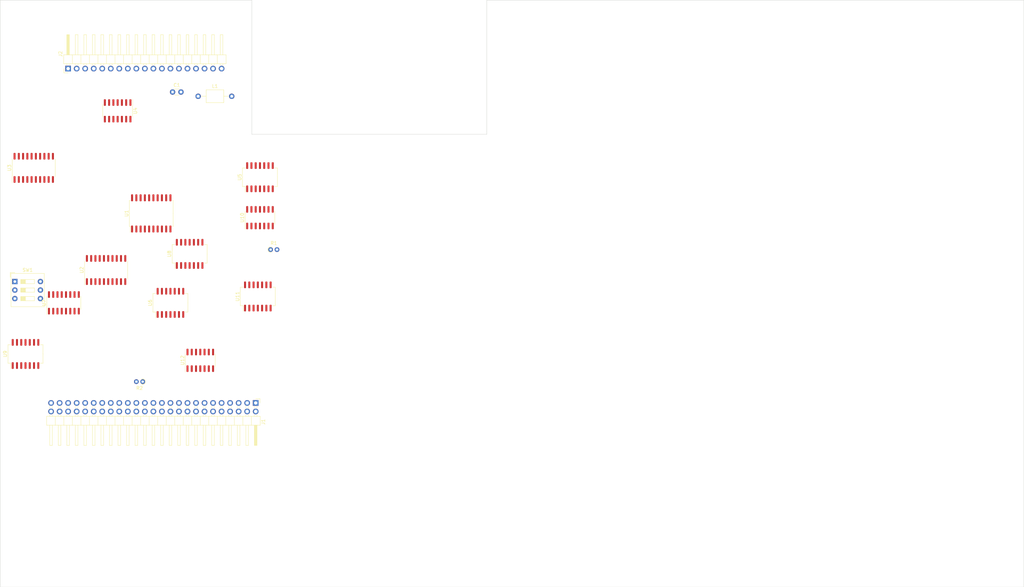
<source format=kicad_pcb>
(kicad_pcb (version 20210108) (generator pcbnew)
  (layers (0 "F.Cu" signal) (31 "B.Cu" signal) (34 "B.Paste" user) (35 "F.Paste" user) (36 "B.SilkS" user "B.Silkscreen") (37 "F.SilkS" user "F.Silkscreen") (38 "B.Mask" user) (39 "F.Mask" user) (44 "Edge.Cuts" user))
  (net 0 "")
  (net 1 "GND")
  (net 2 "/RESET")
  (net 3 "Net-(J1-Pad50)")
  (net 4 "Net-(J1-Pad46)")
  (net 5 "Net-(J1-Pad40)")
  (net 6 "no_connect_(J1-Pad34)")
  (net 7 "Net-(J1-Pad32)")
  (net 8 "no_connect_(J1-Pad30)")
  (net 9 "no_connect_(J1-Pad28)")
  (net 10 "VCC")
  (net 11 "no_connect_(J1-Pad25)")
  (net 12 "no_connect_(J1-Pad24)")
  (net 13 "no_connect_(J1-Pad22)")
  (net 14 "no_connect_(J1-Pad20)")
  (net 15 "Net-(J1-Pad18)")
  (net 16 "Net-(J1-Pad16)")
  (net 17 "Net-(J1-Pad14)")
  (net 18 "Net-(J1-Pad12)")
  (net 19 "Net-(J1-Pad10)")
  (net 20 "Net-(J1-Pad8)")
  (net 21 "Net-(J1-Pad6)")
  (net 22 "Net-(J1-Pad4)")
  (net 23 "/DR")
  (net 24 "/R{slash}W")
  (net 25 "no_connect_(J2-Pad17)")
  (net 26 "/A1")
  (net 27 "no_connect_(J2-Pad15)")
  (net 28 "/ACK")
  (net 29 "no_connect_(J2-Pad13)")
  (net 30 "no_connect_(J2-Pad11)")
  (net 31 "/IR")
  (net 32 "/SEL")
  (net 33 "/D7")
  (net 34 "/D6")
  (net 35 "/D5")
  (net 36 "/D4")
  (net 37 "/D3")
  (net 38 "/D2")
  (net 39 "/D1")
  (net 40 "/D0")
  (net 41 "Net-(U1-Pad19)")
  (net 42 "Net-(U1-Pad18)")
  (net 43 "Net-(U1-Pad17)")
  (net 44 "Net-(U1-Pad16)")
  (net 45 "Net-(U1-Pad15)")
  (net 46 "Net-(U1-Pad14)")
  (net 47 "Net-(U1-Pad13)")
  (net 48 "Net-(U1-Pad12)")
  (net 49 "Net-(U1-Pad11)")
  (net 50 "Net-(U2-Pad19)")
  (net 51 "Net-(U3-Pad9)")
  (net 52 "Net-(U3-Pad8)")
  (net 53 "Net-(U3-Pad7)")
  (net 54 "Net-(U4-Pad12)")
  (net 55 "Net-(U11-Pad9)")
  (net 56 "Net-(U10-Pad13)")
  (net 57 "no_connect_(U5-Pad6)")
  (net 58 "Net-(U5-Pad1)")
  (net 59 "Net-(U5-Pad3)")
  (net 60 "no_connect_(U5-Pad8)")
  (net 61 "Net-(U11-Pad6)")
  (net 62 "no_connect_(U7-Pad7)")
  (net 63 "Net-(U11-Pad12)")
  (net 64 "no_connect_(U7-Pad5)")
  (net 65 "no_connect_(U7-Pad4)")
  (net 66 "no_connect_(U9-Pad6)")
  (net 67 "no_connect_(U9-Pad3)")
  (net 68 "no_connect_(U10-Pad10)")
  (net 69 "no_connect_(U11-Pad5)")
  (net 70 "no_connect_(U12-Pad5)")
  (net 71 "no_connect_(U12-Pad3)")
  (net 72 "Net-(J1-Pad2)")
  (net 73 "Net-(J1-Pad38)")
  (net 74 "Net-(J1-Pad42)")
  (net 75 "Net-(J1-Pad44)")
  (net 76 "Net-(J1-Pad48)")
  (net 77 "Net-(L1-Pad2)")
  (net 78 "Net-(R1-Pad2)")
  (net 79 "Net-(SW1-Pad1)")
  (net 80 "Net-(SW1-Pad2)")
  (net 81 "Net-(SW1-Pad3)")
  (net 82 "Net-(U4-Pad1)")
  (net 83 "no_connect_(U4-Pad6)")
  (net 84 "Net-(U5-Pad11)")
  (net 85 "Net-(U10-Pad12)")
  (net 86 "Net-(U10-Pad2)")
  (net 87 "Net-(U10-Pad1)")
  (footprint "Resistor_THT:R_Axial_DIN0204_L3.6mm_D1.6mm_P1.90mm_Vertical" (layer "F.Cu") (at 155.575 119.38)
    (fp_text reference "R1" (at 0.95 -1.92) (layer "F.SilkS"))
    (fp_text value "2.2k")
    (pad "1" thru_hole circle (at 0 0) (size 1.4 1.4) (drill 0.7) (layers *.Cu *.Mask) (net 10 "VCC"))
    (pad "2" thru_hole oval (at 1.9 0) (size 1.4 1.4) (drill 0.7) (layers *.Cu *.Mask) (net 78 "Net-(R1-Pad2)"))
  )
  (footprint "Package_SO:SO-14_5.3x10.2mm_P1.27mm" (layer "F.Cu") (at 82.55 150.495 90)
    (fp_text reference "U9" (at 0 -6.05 90) (layer "F.SilkS"))
    (fp_text value "74ALS08")
    (pad "1" smd roundrect (at -3.4625 -3.81 90) (size 1.975 0.6) (layers "F.Cu" "F.Paste" "F.Mask") (net 1 "GND"))
    (pad "2" smd roundrect (at -3.4625 -2.54 90) (size 1.975 0.6) (layers "F.Cu" "F.Paste" "F.Mask") (net 1 "GND"))
    (pad "3" smd roundrect (at -3.4625 -1.27 90) (size 1.975 0.6) (layers "F.Cu" "F.Paste" "F.Mask") (net 67 "no_connect_(U9-Pad3)"))
    (pad "4" smd roundrect (at -3.4625 0 90) (size 1.975 0.6) (layers "F.Cu" "F.Paste" "F.Mask") (net 1 "GND"))
    (pad "5" smd roundrect (at -3.4625 1.27 90) (size 1.975 0.6) (layers "F.Cu" "F.Paste" "F.Mask") (net 1 "GND"))
    (pad "6" smd roundrect (at -3.4625 2.54 90) (size 1.975 0.6) (layers "F.Cu" "F.Paste" "F.Mask") (net 66 "no_connect_(U9-Pad6)"))
    (pad "7" smd roundrect (at -3.4625 3.81 90) (size 1.975 0.6) (layers "F.Cu" "F.Paste" "F.Mask") (net 1 "GND"))
    (pad "8" smd roundrect (at 3.4625 3.81 90) (size 1.975 0.6) (layers "F.Cu" "F.Paste" "F.Mask") (net 76 "Net-(J1-Pad48)"))
    (pad "9" smd roundrect (at 3.4625 2.54 90) (size 1.975 0.6) (layers "F.Cu" "F.Paste" "F.Mask") (net 3 "Net-(J1-Pad50)"))
    (pad "10" smd roundrect (at 3.4625 1.27 90) (size 1.975 0.6) (layers "F.Cu" "F.Paste" "F.Mask") (net 3 "Net-(J1-Pad50)"))
    (pad "11" smd roundrect (at 3.4625 0 90) (size 1.975 0.6) (layers "F.Cu" "F.Paste" "F.Mask") (net 49 "Net-(U1-Pad11)"))
    (pad "12" smd roundrect (at 3.4625 -1.27 90) (size 1.975 0.6) (layers "F.Cu" "F.Paste" "F.Mask") (net 32 "/SEL"))
    (pad "13" smd roundrect (at 3.4625 -2.54 90) (size 1.975 0.6) (layers "F.Cu" "F.Paste" "F.Mask") (net 28 "/ACK"))
    (pad "14" smd roundrect (at 3.4625 -3.81 90) (size 1.975 0.6) (layers "F.Cu" "F.Paste" "F.Mask") (net 10 "VCC"))
  )
  (footprint "Package_SO:SOIC-16_3.9x9.9mm_P1.27mm" (layer "F.Cu") (at 93.98 135.255 90)
    (fp_text reference "U7" (at 0 -5.9 90) (layer "F.SilkS"))
    (fp_text value "74LS85")
    (pad "1" smd roundrect (at -2.475 -4.445 90) (size 1.95 0.6) (layers "F.Cu" "F.Paste" "F.Mask") (net 46 "Net-(U1-Pad14)"))
    (pad "2" smd roundrect (at -2.475 -3.175 90) (size 1.95 0.6) (layers "F.Cu" "F.Paste" "F.Mask") (net 1 "GND"))
    (pad "3" smd roundrect (at -2.475 -1.905 90) (size 1.95 0.6) (layers "F.Cu" "F.Paste" "F.Mask") (net 50 "Net-(U2-Pad19)"))
    (pad "4" smd roundrect (at -2.475 -0.635 90) (size 1.95 0.6) (layers "F.Cu" "F.Paste" "F.Mask") (net 65 "no_connect_(U7-Pad4)"))
    (pad "5" smd roundrect (at -2.475 0.635 90) (size 1.95 0.6) (layers "F.Cu" "F.Paste" "F.Mask") (net 64 "no_connect_(U7-Pad5)"))
    (pad "6" smd roundrect (at -2.475 1.905 90) (size 1.95 0.6) (layers "F.Cu" "F.Paste" "F.Mask") (net 63 "Net-(U11-Pad12)"))
    (pad "7" smd roundrect (at -2.475 3.175 90) (size 1.95 0.6) (layers "F.Cu" "F.Paste" "F.Mask") (net 62 "no_connect_(U7-Pad7)"))
    (pad "8" smd roundrect (at -2.475 4.445 90) (size 1.95 0.6) (layers "F.Cu" "F.Paste" "F.Mask") (net 1 "GND"))
    (pad "9" smd roundrect (at 2.475 4.445 90) (size 1.95 0.6) (layers "F.Cu" "F.Paste" "F.Mask") (net 1 "GND"))
    (pad "10" smd roundrect (at 2.475 3.175 90) (size 1.95 0.6) (layers "F.Cu" "F.Paste" "F.Mask") (net 26 "/A1"))
    (pad "11" smd roundrect (at 2.475 1.905 90) (size 1.95 0.6) (layers "F.Cu" "F.Paste" "F.Mask") (net 48 "Net-(U1-Pad12)"))
    (pad "12" smd roundrect (at 2.475 0.635 90) (size 1.95 0.6) (layers "F.Cu" "F.Paste" "F.Mask") (net 81 "Net-(SW1-Pad3)"))
    (pad "13" smd roundrect (at 2.475 -0.635 90) (size 1.95 0.6) (layers "F.Cu" "F.Paste" "F.Mask") (net 80 "Net-(SW1-Pad2)"))
    (pad "14" smd roundrect (at 2.475 -1.905 90) (size 1.95 0.6) (layers "F.Cu" "F.Paste" "F.Mask") (net 47 "Net-(U1-Pad13)"))
    (pad "15" smd roundrect (at 2.475 -3.175 90) (size 1.95 0.6) (layers "F.Cu" "F.Paste" "F.Mask") (net 79 "Net-(SW1-Pad1)"))
    (pad "16" smd roundrect (at 2.475 -4.445 90) (size 1.95 0.6) (layers "F.Cu" "F.Paste" "F.Mask") (net 10 "VCC"))
  )
  (footprint "Package_SO:SO-20_5.3x12.6mm_P1.27mm" (layer "F.Cu") (at 106.555 125.4625 90)
    (fp_text reference "U2" (at 0 -7.25 90) (layer "F.SilkS"))
    (fp_text value "74ALS540")
    (pad "1" smd roundrect (at -3.4625 -5.715 90) (size 1.975 0.6) (layers "F.Cu" "F.Paste" "F.Mask") (net 72 "Net-(J1-Pad2)"))
    (pad "2" smd roundrect (at -3.4625 -4.445 90) (size 1.975 0.6) (layers "F.Cu" "F.Paste" "F.Mask") (net 72 "Net-(J1-Pad2)"))
    (pad "3" smd roundrect (at -3.4625 -3.175 90) (size 1.975 0.6) (layers "F.Cu" "F.Paste" "F.Mask") (net 22 "Net-(J1-Pad4)"))
    (pad "4" smd roundrect (at -3.4625 -1.905 90) (size 1.975 0.6) (layers "F.Cu" "F.Paste" "F.Mask") (net 21 "Net-(J1-Pad6)"))
    (pad "5" smd roundrect (at -3.4625 -0.635 90) (size 1.975 0.6) (layers "F.Cu" "F.Paste" "F.Mask") (net 20 "Net-(J1-Pad8)"))
    (pad "6" smd roundrect (at -3.4625 0.635 90) (size 1.975 0.6) (layers "F.Cu" "F.Paste" "F.Mask") (net 19 "Net-(J1-Pad10)"))
    (pad "7" smd roundrect (at -3.4625 1.905 90) (size 1.975 0.6) (layers "F.Cu" "F.Paste" "F.Mask") (net 18 "Net-(J1-Pad12)"))
    (pad "8" smd roundrect (at -3.4625 3.175 90) (size 1.975 0.6) (layers "F.Cu" "F.Paste" "F.Mask") (net 17 "Net-(J1-Pad14)"))
    (pad "9" smd roundrect (at -3.4625 4.445 90) (size 1.975 0.6) (layers "F.Cu" "F.Paste" "F.Mask") (net 16 "Net-(J1-Pad16)"))
    (pad "10" smd roundrect (at -3.4625 5.715 90) (size 1.975 0.6) (layers "F.Cu" "F.Paste" "F.Mask") (net 1 "GND"))
    (pad "11" smd roundrect (at 3.4625 5.715 90) (size 1.975 0.6) (layers "F.Cu" "F.Paste" "F.Mask") (net 33 "/D7"))
    (pad "12" smd roundrect (at 3.4625 4.445 90) (size 1.975 0.6) (layers "F.Cu" "F.Paste" "F.Mask") (net 34 "/D6"))
    (pad "13" smd roundrect (at 3.4625 3.175 90) (size 1.975 0.6) (layers "F.Cu" "F.Paste" "F.Mask") (net 35 "/D5"))
    (pad "14" smd roundrect (at 3.4625 1.905 90) (size 1.975 0.6) (layers "F.Cu" "F.Paste" "F.Mask") (net 36 "/D4"))
    (pad "15" smd roundrect (at 3.4625 0.635 90) (size 1.975 0.6) (layers "F.Cu" "F.Paste" "F.Mask") (net 37 "/D3"))
    (pad "16" smd roundrect (at 3.4625 -0.635 90) (size 1.975 0.6) (layers "F.Cu" "F.Paste" "F.Mask") (net 38 "/D2"))
    (pad "17" smd roundrect (at 3.4625 -1.905 90) (size 1.975 0.6) (layers "F.Cu" "F.Paste" "F.Mask") (net 39 "/D1"))
    (pad "18" smd roundrect (at 3.4625 -3.175 90) (size 1.975 0.6) (layers "F.Cu" "F.Paste" "F.Mask") (net 40 "/D0"))
    (pad "19" smd roundrect (at 3.4625 -4.445 90) (size 1.975 0.6) (layers "F.Cu" "F.Paste" "F.Mask") (net 50 "Net-(U2-Pad19)"))
    (pad "20" smd roundrect (at 3.4625 -5.715 90) (size 1.975 0.6) (layers "F.Cu" "F.Paste" "F.Mask") (net 10 "VCC"))
  )
  (footprint "Capacitor_THT:C_Disc_D3.0mm_W1.6mm_P2.50mm" (layer "F.Cu") (at 126.365 72.39)
    (fp_text reference "C1" (at 1.25 -2.05) (layer "F.SilkS"))
    (fp_text value "27pF")
    (pad "1" thru_hole circle (at 0 0) (size 1.6 1.6) (drill 0.8) (layers *.Cu *.Mask) (net 2 "/RESET"))
    (pad "2" thru_hole circle (at 2.5 0) (size 1.6 1.6) (drill 0.8) (layers *.Cu *.Mask) (net 1 "GND"))
  )
  (footprint "Resistor_THT:R_Axial_DIN0204_L3.6mm_D1.6mm_P1.90mm_Vertical" (layer "F.Cu") (at 117.475 158.75 180)
    (fp_text reference "R2" (at 0.95 -1.92) (layer "F.SilkS"))
    (fp_text value "1k")
    (pad "1" thru_hole circle (at 0 0 180) (size 1.4 1.4) (drill 0.7) (layers *.Cu *.Mask) (net 10 "VCC"))
    (pad "2" thru_hole oval (at 1.9 0 180) (size 1.4 1.4) (drill 0.7) (layers *.Cu *.Mask) (net 7 "Net-(J1-Pad32)"))
  )
  (footprint "Package_SO:SOIC-14_3.9x8.7mm_P1.27mm" (layer "F.Cu") (at 110 78 -90)
    (fp_text reference "U4" (at 0 -5.28 90) (layer "F.SilkS"))
    (fp_text value "74ALS00")
    (pad "1" smd roundrect (at -2.475 -3.81 270) (size 1.95 0.6) (layers "F.Cu" "F.Paste" "F.Mask") (net 82 "Net-(U4-Pad1)"))
    (pad "2" smd roundrect (at -2.475 -2.54 270) (size 1.95 0.6) (layers "F.Cu" "F.Paste" "F.Mask") (net 4 "Net-(J1-Pad46)"))
    (pad "3" smd roundrect (at -2.475 -1.27 270) (size 1.95 0.6) (layers "F.Cu" "F.Paste" "F.Mask") (net 23 "/DR"))
    (pad "4" smd roundrect (at -2.475 0 270) (size 1.95 0.6) (layers "F.Cu" "F.Paste" "F.Mask") (net 78 "Net-(R1-Pad2)"))
    (pad "5" smd roundrect (at -2.475 1.27 270) (size 1.95 0.6) (layers "F.Cu" "F.Paste" "F.Mask") (net 78 "Net-(R1-Pad2)"))
    (pad "6" smd roundrect (at -2.475 2.54 270) (size 1.95 0.6) (layers "F.Cu" "F.Paste" "F.Mask") (net 83 "no_connect_(U4-Pad6)"))
    (pad "7" smd roundrect (at -2.475 3.81 270) (size 1.95 0.6) (layers "F.Cu" "F.Paste" "F.Mask") (net 1 "GND"))
    (pad "8" smd roundrect (at 2.475 3.81 270) (size 1.95 0.6) (layers "F.Cu" "F.Paste" "F.Mask") (net 72 "Net-(J1-Pad2)"))
    (pad "9" smd roundrect (at 2.475 2.54 270) (size 1.95 0.6) (layers "F.Cu" "F.Paste" "F.Mask") (net 55 "Net-(U11-Pad9)"))
    (pad "10" smd roundrect (at 2.475 1.27 270) (size 1.95 0.6) (layers "F.Cu" "F.Paste" "F.Mask") (net 55 "Net-(U11-Pad9)"))
    (pad "11" smd roundrect (at 2.475 0 270) (size 1.95 0.6) (layers "F.Cu" "F.Paste" "F.Mask") (net 31 "/IR"))
    (pad "12" smd roundrect (at 2.475 -1.27 270) (size 1.95 0.6) (layers "F.Cu" "F.Paste" "F.Mask") (net 54 "Net-(U4-Pad12)"))
    (pad "13" smd roundrect (at 2.475 -2.54 270) (size 1.95 0.6) (layers "F.Cu" "F.Paste" "F.Mask") (net 82 "Net-(U4-Pad1)"))
    (pad "14" smd roundrect (at 2.475 -3.81 270) (size 1.95 0.6) (layers "F.Cu" "F.Paste" "F.Mask") (net 10 "VCC"))
  )
  (footprint "Connector_PinHeader_2.54mm:PinHeader_1x19_P2.54mm_Horizontal" (layer "F.Cu") (at 95.25 65.405 90)
    (fp_text reference "J2" (at 4.385 -2.27 270) (layer "F.SilkS"))
    (fp_text value "ACSI")
    (pad "1" thru_hole rect (at 0 0 90) (size 1.7 1.7) (drill 1) (layers *.Cu *.Mask) (net 40 "/D0"))
    (pad "2" thru_hole oval (at 0 2.54 90) (size 1.7 1.7) (drill 1) (layers *.Cu *.Mask) (net 39 "/D1"))
    (pad "3" thru_hole oval (at 0 5.08 90) (size 1.7 1.7) (drill 1) (layers *.Cu *.Mask) (net 38 "/D2"))
    (pad "4" thru_hole oval (at 0 7.62 90) (size 1.7 1.7) (drill 1) (layers *.Cu *.Mask) (net 37 "/D3"))
    (pad "5" thru_hole oval (at 0 10.16 90) (size 1.7 1.7) (drill 1) (layers *.Cu *.Mask) (net 36 "/D4"))
    (pad "6" thru_hole oval (at 0 12.7 90) (size 1.7 1.7) (drill 1) (layers *.Cu *.Mask) (net 35 "/D5"))
    (pad "7" thru_hole oval (at 0 15.24 90) (size 1.7 1.7) (drill 1) (layers *.Cu *.Mask) (net 34 "/D6"))
    (pad "8" thru_hole oval (at 0 17.78 90) (size 1.7 1.7) (drill 1) (layers *.Cu *.Mask) (net 33 "/D7"))
    (pad "9" thru_hole oval (at 0 20.32 90) (size 1.7 1.7) (drill 1) (layers *.Cu *.Mask) (net 32 "/SEL"))
    (pad "10" thru_hole oval (at 0 22.86 90) (size 1.7 1.7) (drill 1) (layers *.Cu *.Mask) (net 31 "/IR"))
    (pad "11" thru_hole oval (at 0 25.4 90) (size 1.7 1.7) (drill 1) (layers *.Cu *.Mask) (net 30 "no_connect_(J2-Pad11)"))
    (pad "12" thru_hole oval (at 0 27.94 90) (size 1.7 1.7) (drill 1) (layers *.Cu *.Mask) (net 2 "/RESET"))
    (pad "13" thru_hole oval (at 0 30.48 90) (size 1.7 1.7) (drill 1) (layers *.Cu *.Mask) (net 29 "no_connect_(J2-Pad13)"))
    (pad "14" thru_hole oval (at 0 33.02 90) (size 1.7 1.7) (drill 1) (layers *.Cu *.Mask) (net 28 "/ACK"))
    (pad "15" thru_hole oval (at 0 35.56 90) (size 1.7 1.7) (drill 1) (layers *.Cu *.Mask) (net 27 "no_connect_(J2-Pad15)"))
    (pad "16" thru_hole oval (at 0 38.1 90) (size 1.7 1.7) (drill 1) (layers *.Cu *.Mask) (net 26 "/A1"))
    (pad "17" thru_hole oval (at 0 40.64 90) (size 1.7 1.7) (drill 1) (layers *.Cu *.Mask) (net 25 "no_connect_(J2-Pad17)"))
    (pad "18" thru_hole oval (at 0 43.18 90) (size 1.7 1.7) (drill 1) (layers *.Cu *.Mask) (net 24 "/R{slash}W"))
    (pad "19" thru_hole oval (at 0 45.72 90) (size 1.7 1.7) (drill 1) (layers *.Cu *.Mask) (net 23 "/DR"))
  )
  (footprint "Button_Switch_THT:SW_DIP_SPSTx03_Slide_9.78x9.8mm_W7.62mm_P2.54mm" (layer "F.Cu") (at 79.375 128.905)
    (fp_text reference "SW1" (at 3.81 -3.42) (layer "F.SilkS"))
    (fp_text value "SW_DIP_x03")
    (pad "1" thru_hole rect (at 0 0) (size 1.6 1.6) (drill 0.8) (layers *.Cu *.Mask) (net 79 "Net-(SW1-Pad1)"))
    (pad "2" thru_hole oval (at 0 2.54) (size 1.6 1.6) (drill 0.8) (layers *.Cu *.Mask) (net 80 "Net-(SW1-Pad2)"))
    (pad "3" thru_hole oval (at 0 5.08) (size 1.6 1.6) (drill 0.8) (layers *.Cu *.Mask) (net 81 "Net-(SW1-Pad3)"))
    (pad "4" thru_hole oval (at 7.62 5.08) (size 1.6 1.6) (drill 0.8) (layers *.Cu *.Mask) (net 1 "GND"))
    (pad "5" thru_hole oval (at 7.62 2.54) (size 1.6 1.6) (drill 0.8) (layers *.Cu *.Mask) (net 1 "GND"))
    (pad "6" thru_hole oval (at 7.62 0) (size 1.6 1.6) (drill 0.8) (layers *.Cu *.Mask) (net 1 "GND"))
  )
  (footprint "Package_SO:SO-14_5.3x10.2mm_P1.27mm" (layer "F.Cu") (at 125.73 135.255 90)
    (fp_text reference "U6" (at 0 -6.05 90) (layer "F.SilkS"))
    (fp_text value "74ALS08")
    (pad "1" smd roundrect (at -3.4625 -3.81 90) (size 1.975 0.6) (layers "F.Cu" "F.Paste" "F.Mask") (net 46 "Net-(U1-Pad14)"))
    (pad "2" smd roundrect (at -3.4625 -2.54 90) (size 1.975 0.6) (layers "F.Cu" "F.Paste" "F.Mask") (net 61 "Net-(U11-Pad6)"))
    (pad "3" smd roundrect (at -3.4625 -1.27 90) (size 1.975 0.6) (layers "F.Cu" "F.Paste" "F.Mask") (net 53 "Net-(U3-Pad7)"))
    (pad "4" smd roundrect (at -3.4625 0 90) (size 1.975 0.6) (layers "F.Cu" "F.Paste" "F.Mask") (net 48 "Net-(U1-Pad12)"))
    (pad "5" smd roundrect (at -3.4625 1.27 90) (size 1.975 0.6) (layers "F.Cu" "F.Paste" "F.Mask") (net 61 "Net-(U11-Pad6)"))
    (pad "6" smd roundrect (at -3.4625 2.54 90) (size 1.975 0.6) (layers "F.Cu" "F.Paste" "F.Mask") (net 51 "Net-(U3-Pad9)"))
    (pad "7" smd roundrect (at -3.4625 3.81 90) (size 1.975 0.6) (layers "F.Cu" "F.Paste" "F.Mask") (net 1 "GND"))
    (pad "8" smd roundrect (at 3.4625 3.81 90) (size 1.975 0.6) (layers "F.Cu" "F.Paste" "F.Mask") (net 58 "Net-(U5-Pad1)"))
    (pad "9" smd roundrect (at 3.4625 2.54 90) (size 1.975 0.6) (layers "F.Cu" "F.Paste" "F.Mask") (net 74 "Net-(J1-Pad42)"))
    (pad "10" smd roundrect (at 3.4625 1.27 90) (size 1.975 0.6) (layers "F.Cu" "F.Paste" "F.Mask") (net 61 "Net-(U11-Pad6)"))
    (pad "11" smd roundrect (at 3.4625 0 90) (size 1.975 0.6) (layers "F.Cu" "F.Paste" "F.Mask") (net 52 "Net-(U3-Pad8)"))
    (pad "12" smd roundrect (at 3.4625 -1.27 90) (size 1.975 0.6) (layers "F.Cu" "F.Paste" "F.Mask") (net 47 "Net-(U1-Pad13)"))
    (pad "13" smd roundrect (at 3.4625 -2.54 90) (size 1.975 0.6) (layers "F.Cu" "F.Paste" "F.Mask") (net 61 "Net-(U11-Pad6)"))
    (pad "14" smd roundrect (at 3.4625 -3.81 90) (size 1.975 0.6) (layers "F.Cu" "F.Paste" "F.Mask") (net 10 "VCC"))
  )
  (footprint "Package_SO:SOIC-20W_7.5x12.8mm_P1.27mm" (layer "F.Cu") (at 120.015 108.585 90)
    (fp_text reference "U1" (at 0 -7.35 90) (layer "F.SilkS"))
    (fp_text value "74ALS573")
    (pad "1" smd roundrect (at -4.65 -5.715 90) (size 2.05 0.6) (layers "F.Cu" "F.Paste" "F.Mask") (net 1 "GND"))
    (pad "2" smd roundrect (at -4.65 -4.445 90) (size 2.05 0.6) (layers "F.Cu" "F.Paste" "F.Mask") (net 40 "/D0"))
    (pad "3" smd roundrect (at -4.65 -3.175 90) (size 2.05 0.6) (layers "F.Cu" "F.Paste" "F.Mask") (net 39 "/D1"))
    (pad "4" smd roundrect (at -4.65 -1.905 90) (size 2.05 0.6) (layers "F.Cu" "F.Paste" "F.Mask") (net 38 "/D2"))
    (pad "5" smd roundrect (at -4.65 -0.635 90) (size 2.05 0.6) (layers "F.Cu" "F.Paste" "F.Mask") (net 37 "/D3"))
    (pad "6" smd roundrect (at -4.65 0.635 90) (size 2.05 0.6) (layers "F.Cu" "F.Paste" "F.Mask") (net 36 "/D4"))
    (pad "7" smd roundrect (at -4.65 1.905 90) (size 2.05 0.6) (layers "F.Cu" "F.Paste" "F.Mask") (net 35 "/D5"))
    (pad "8" smd roundrect (at -4.65 3.175 90) (size 2.05 0.6) (layers "F.Cu" "F.Paste" "F.Mask") (net 34 "/D6"))
    (pad "9" smd roundrect (at -4.65 4.445 90) (size 2.05 0.6) (layers "F.Cu" "F.Paste" "F.Mask") (net 33 "/D7"))
    (pad "10" smd roundrect (at -4.65 5.715 90) (size 2.05 0.6) (layers "F.Cu" "F.Paste" "F.Mask") (net 1 "GND"))
    (pad "11" smd roundrect (at 4.65 5.715 90) (size 2.05 0.6) (layers "F.Cu" "F.Paste" "F.Mask") (net 49 "Net-(U1-Pad11)"))
    (pad "12" smd roundrect (at 4.65 4.445 90) (size 2.05 0.6) (layers "F.Cu" "F.Paste" "F.Mask") (net 48 "Net-(U1-Pad12)"))
    (pad "13" smd roundrect (at 4.65 3.175 90) (size 2.05 0.6) (layers "F.Cu" "F.Paste" "F.Mask") (net 47 "Net-(U1-Pad13)"))
    (pad "14" smd roundrect (at 4.65 1.905 90) (size 2.05 0.6) (layers "F.Cu" "F.Paste" "F.Mask") (net 46 "Net-(U1-Pad14)"))
    (pad "15" smd roundrect (at 4.65 0.635 90) (size 2.05 0.6) (layers "F.Cu" "F.Paste" "F.Mask") (net 45 "Net-(U1-Pad15)"))
    (pad "16" smd roundrect (at 4.65 -0.635 90) (size 2.05 0.6) (layers "F.Cu" "F.Paste" "F.Mask") (net 44 "Net-(U1-Pad16)"))
    (pad "17" smd roundrect (at 4.65 -1.905 90) (size 2.05 0.6) (layers "F.Cu" "F.Paste" "F.Mask") (net 43 "Net-(U1-Pad17)"))
    (pad "18" smd roundrect (at 4.65 -3.175 90) (size 2.05 0.6) (layers "F.Cu" "F.Paste" "F.Mask") (net 42 "Net-(U1-Pad18)"))
    (pad "19" smd roundrect (at 4.65 -4.445 90) (size 2.05 0.6) (layers "F.Cu" "F.Paste" "F.Mask") (net 41 "Net-(U1-Pad19)"))
    (pad "20" smd roundrect (at 4.65 -5.715 90) (size 2.05 0.6) (layers "F.Cu" "F.Paste" "F.Mask") (net 10 "VCC"))
  )
  (footprint "Package_SO:SO-14_5.3x10.2mm_P1.27mm" (layer "F.Cu") (at 152.4 97.79 90)
    (fp_text reference "U5" (at 0 -6.05 90) (layer "F.SilkS"))
    (fp_text value "74ALS74")
    (pad "1" smd roundrect (at -3.4625 -3.81 90) (size 1.975 0.6) (layers "F.Cu" "F.Paste" "F.Mask") (net 58 "Net-(U5-Pad1)"))
    (pad "2" smd roundrect (at -3.4625 -2.54 90) (size 1.975 0.6) (layers "F.Cu" "F.Paste" "F.Mask") (net 1 "GND"))
    (pad "3" smd roundrect (at -3.4625 -1.27 90) (size 1.975 0.6) (layers "F.Cu" "F.Paste" "F.Mask") (net 59 "Net-(U5-Pad3)"))
    (pad "4" smd roundrect (at -3.4625 0 90) (size 1.975 0.6) (layers "F.Cu" "F.Paste" "F.Mask") (net 84 "Net-(U5-Pad11)"))
    (pad "5" smd roundrect (at -3.4625 1.27 90) (size 1.975 0.6) (layers "F.Cu" "F.Paste" "F.Mask") (net 73 "Net-(J1-Pad38)"))
    (pad "6" smd roundrect (at -3.4625 2.54 90) (size 1.975 0.6) (layers "F.Cu" "F.Paste" "F.Mask") (net 57 "no_connect_(U5-Pad6)"))
    (pad "7" smd roundrect (at -3.4625 3.81 90) (size 1.975 0.6) (layers "F.Cu" "F.Paste" "F.Mask") (net 1 "GND"))
    (pad "8" smd roundrect (at 3.4625 3.81 90) (size 1.975 0.6) (layers "F.Cu" "F.Paste" "F.Mask") (net 60 "no_connect_(U5-Pad8)"))
    (pad "9" smd roundrect (at 3.4625 2.54 90) (size 1.975 0.6) (layers "F.Cu" "F.Paste" "F.Mask") (net 82 "Net-(U4-Pad1)"))
    (pad "10" smd roundrect (at 3.4625 1.27 90) (size 1.975 0.6) (layers "F.Cu" "F.Paste" "F.Mask") (net 78 "Net-(R1-Pad2)"))
    (pad "11" smd roundrect (at 3.4625 0 90) (size 1.975 0.6) (layers "F.Cu" "F.Paste" "F.Mask") (net 84 "Net-(U5-Pad11)"))
    (pad "12" smd roundrect (at 3.4625 -1.27 90) (size 1.975 0.6) (layers "F.Cu" "F.Paste" "F.Mask") (net 58 "Net-(U5-Pad1)"))
    (pad "13" smd roundrect (at 3.4625 -2.54 90) (size 1.975 0.6) (layers "F.Cu" "F.Paste" "F.Mask") (net 56 "Net-(U10-Pad13)"))
    (pad "14" smd roundrect (at 3.4625 -3.81 90) (size 1.975 0.6) (layers "F.Cu" "F.Paste" "F.Mask") (net 10 "VCC"))
  )
  (footprint "Package_SO:SOIC-14_3.9x8.7mm_P1.27mm" (layer "F.Cu") (at 134.62 152.4 90)
    (fp_text reference "U12" (at 0 -5.28 90) (layer "F.SilkS"))
    (fp_text value "74LS280")
    (pad "1" smd roundrect (at -2.475 -3.81 90) (size 1.95 0.6) (layers "F.Cu" "F.Paste" "F.Mask") (net 17 "Net-(J1-Pad14)"))
    (pad "2" smd roundrect (at -2.475 -2.54 90) (size 1.95 0.6) (layers "F.Cu" "F.Paste" "F.Mask") (net 16 "Net-(J1-Pad16)"))
    (pad "3" smd roundrect (at -2.475 -1.27 90) (size 1.95 0.6) (layers "F.Cu" "F.Paste" "F.Mask") (net 71 "no_connect_(U12-Pad3)"))
    (pad "4" smd roundrect (at -2.475 0 90) (size 1.95 0.6) (layers "F.Cu" "F.Paste" "F.Mask") (net 1 "GND"))
    (pad "5" smd roundrect (at -2.475 1.27 90) (size 1.95 0.6) (layers "F.Cu" "F.Paste" "F.Mask") (net 70 "no_connect_(U12-Pad5)"))
    (pad "6" smd roundrect (at -2.475 2.54 90) (size 1.95 0.6) (layers "F.Cu" "F.Paste" "F.Mask") (net 15 "Net-(J1-Pad18)"))
    (pad "7" smd roundrect (at -2.475 3.81 90) (size 1.95 0.6) (layers "F.Cu" "F.Paste" "F.Mask") (net 1 "GND"))
    (pad "8" smd roundrect (at 2.475 3.81 90) (size 1.95 0.6) (layers "F.Cu" "F.Paste" "F.Mask") (net 72 "Net-(J1-Pad2)"))
    (pad "9" smd roundrect (at 2.475 2.54 90) (size 1.95 0.6) (layers "F.Cu" "F.Paste" "F.Mask") (net 22 "Net-(J1-Pad4)"))
    (pad "10" smd roundrect (at 2.475 1.27 90) (size 1.95 0.6) (layers "F.Cu" "F.Paste" "F.Mask") (net 21 "Net-(J1-Pad6)"))
    (pad "11" smd roundrect (at 2.475 0 90) (size 1.95 0.6) (layers "F.Cu" "F.Paste" "F.Mask") (net 20 "Net-(J1-Pad8)"))
    (pad "12" smd roundrect (at 2.475 -1.27 90) (size 1.95 0.6) (layers "F.Cu" "F.Paste" "F.Mask") (net 19 "Net-(J1-Pad10)"))
    (pad "13" smd roundrect (at 2.475 -2.54 90) (size 1.95 0.6) (layers "F.Cu" "F.Paste" "F.Mask") (net 18 "Net-(J1-Pad12)"))
    (pad "14" smd roundrect (at 2.475 -3.81 90) (size 1.95 0.6) (layers "F.Cu" "F.Paste" "F.Mask") (net 10 "VCC"))
  )
  (footprint "Package_SO:SO-14_5.3x10.2mm_P1.27mm" (layer "F.Cu") (at 131.445 120.65 90)
    (fp_text reference "U8" (at 0 -6.05 90) (layer "F.SilkS"))
    (fp_text value "74ALS04")
    (pad "1" smd roundrect (at -3.4625 -3.81 90) (size 1.975 0.6) (layers "F.Cu" "F.Paste" "F.Mask") (net 49 "Net-(U1-Pad11)"))
    (pad "2" smd roundrect (at -3.4625 -2.54 90) (size 1.975 0.6) (layers "F.Cu" "F.Paste" "F.Mask") (net 59 "Net-(U5-Pad3)"))
    (pad "3" smd roundrect (at -3.4625 -1.27 90) (size 1.975 0.6) (layers "F.Cu" "F.Paste" "F.Mask") (net 24 "/R{slash}W"))
    (pad "4" smd roundrect (at -3.4625 0 90) (size 1.975 0.6) (layers "F.Cu" "F.Paste" "F.Mask") (net 50 "Net-(U2-Pad19)"))
    (pad "5" smd roundrect (at -3.4625 1.27 90) (size 1.975 0.6) (layers "F.Cu" "F.Paste" "F.Mask") (net 76 "Net-(J1-Pad48)"))
    (pad "6" smd roundrect (at -3.4625 2.54 90) (size 1.975 0.6) (layers "F.Cu" "F.Paste" "F.Mask") (net 84 "Net-(U5-Pad11)"))
    (pad "7" smd roundrect (at -3.4625 3.81 90) (size 1.975 0.6) (layers "F.Cu" "F.Paste" "F.Mask") (net 1 "GND"))
    (pad "8" smd roundrect (at 3.4625 3.81 90) (size 1.975 0.6) (layers "F.Cu" "F.Paste" "F.Mask") (net 5 "Net-(J1-Pad40)"))
    (pad "9" smd roundrect (at 3.4625 2.54 90) (size 1.975 0.6) (layers "F.Cu" "F.Paste" "F.Mask") (net 85 "Net-(U10-Pad12)"))
    (pad "10" smd roundrect (at 3.4625 1.27 90) (size 1.975 0.6) (layers "F.Cu" "F.Paste" "F.Mask") (net 85 "Net-(U10-Pad12)"))
    (pad "11" smd roundrect (at 3.4625 0 90) (size 1.975 0.6) (layers "F.Cu" "F.Paste" "F.Mask") (net 77 "Net-(L1-Pad2)"))
    (pad "12" smd roundrect (at 3.4625 -1.27 90) (size 1.975 0.6) (layers "F.Cu" "F.Paste" "F.Mask") (net 54 "Net-(U4-Pad12)"))
    (pad "13" smd roundrect (at 3.4625 -2.54 90) (size 1.975 0.6) (layers "F.Cu" "F.Paste" "F.Mask") (net 4 "Net-(J1-Pad46)"))
    (pad "14" smd roundrect (at 3.4625 -3.81 90) (size 1.975 0.6) (layers "F.Cu" "F.Paste" "F.Mask") (net 10 "VCC"))
  )
  (footprint "Package_SO:SOIC-14_3.9x8.7mm_P1.27mm" (layer "F.Cu") (at 152.4 109.855 90)
    (fp_text reference "U10" (at 0 -5.28 90) (layer "F.SilkS"))
    (fp_text value "74ALS02")
    (pad "1" smd roundrect (at -2.475 -3.81 90) (size 1.95 0.6) (layers "F.Cu" "F.Paste" "F.Mask") (net 87 "Net-(U10-Pad1)"))
    (pad "2" smd roundrect (at -2.475 -2.54 90) (size 1.95 0.6) (layers "F.Cu" "F.Paste" "F.Mask") (net 86 "Net-(U10-Pad2)"))
    (pad "3" smd roundrect (at -2.475 -1.27 90) (size 1.95 0.6) (layers "F.Cu" "F.Paste" "F.Mask") (net 85 "Net-(U10-Pad12)"))
    (pad "4" smd roundrect (at -2.475 0 90) (size 1.95 0.6) (layers "F.Cu" "F.Paste" "F.Mask") (net 86 "Net-(U10-Pad2)"))
    (pad "5" smd roundrect (at -2.475 1.27 90) (size 1.95 0.6) (layers "F.Cu" "F.Paste" "F.Mask") (net 72 "Net-(J1-Pad2)"))
    (pad "6" smd roundrect (at -2.475 2.54 90) (size 1.95 0.6) (layers "F.Cu" "F.Paste" "F.Mask") (net 72 "Net-(J1-Pad2)"))
    (pad "7" smd roundrect (at -2.475 3.81 90) (size 1.95 0.6) (layers "F.Cu" "F.Paste" "F.Mask") (net 1 "GND"))
    (pad "8" smd roundrect (at 2.475 3.81 90) (size 1.95 0.6) (layers "F.Cu" "F.Paste" "F.Mask") (net 1 "GND"))
    (pad "9" smd roundrect (at 2.475 2.54 90) (size 1.95 0.6) (layers "F.Cu" "F.Paste" "F.Mask") (net 1 "GND"))
    (pad "10" smd roundrect (at 2.475 1.27 90) (size 1.95 0.6) (layers "F.Cu" "F.Paste" "F.Mask") (net 68 "no_connect_(U10-Pad10)"))
    (pad "11" smd roundrect (at 2.475 0 90) (size 1.95 0.6) (layers "F.Cu" "F.Paste" "F.Mask") (net 49 "Net-(U1-Pad11)"))
    (pad "12" smd roundrect (at 2.475 -1.27 90) (size 1.95 0.6) (layers "F.Cu" "F.Paste" "F.Mask") (net 85 "Net-(U10-Pad12)"))
    (pad "13" smd roundrect (at 2.475 -2.54 90) (size 1.95 0.6) (layers "F.Cu" "F.Paste" "F.Mask") (net 56 "Net-(U10-Pad13)"))
    (pad "14" smd roundrect (at 2.475 -3.81 90) (size 1.95 0.6) (layers "F.Cu" "F.Paste" "F.Mask") (net 10 "VCC"))
  )
  (footprint "Connector_PinHeader_2.54mm:PinHeader_2x25_P2.54mm_Horizontal" (layer "F.Cu") (at 151.13 165.1 -90)
    (fp_text reference "J1" (at 5.655 -2.27 90) (layer "F.SilkS"))
    (fp_text value "SCSI")
    (pad "1" thru_hole rect (at 0 0 270) (size 1.7 1.7) (drill 1) (layers *.Cu *.Mask) (net 1 "GND"))
    (pad "2" thru_hole oval (at 2.54 0 270) (size 1.7 1.7) (drill 1) (layers *.Cu *.Mask) (net 72 "Net-(J1-Pad2)"))
    (pad "3" thru_hole oval (at 0 2.54 270) (size 1.7 1.7) (drill 1) (layers *.Cu *.Mask) (net 1 "GND"))
    (pad "4" thru_hole oval (at 2.54 2.54 270) (size 1.7 1.7) (drill 1) (layers *.Cu *.Mask) (net 22 "Net-(J1-Pad4)"))
    (pad "5" thru_hole oval (at 0 5.08 270) (size 1.7 1.7) (drill 1) (layers *.Cu *.Mask) (net 1 "GND"))
    (pad "6" thru_hole oval (at 2.54 5.08 270) (size 1.7 1.7) (drill 1) (layers *.Cu *.Mask) (net 21 "Net-(J1-Pad6)"))
    (pad "7" thru_hole oval (at 0 7.62 270) (size 1.7 1.7) (drill 1) (layers *.Cu *.Mask) (net 1 "GND"))
    (pad "8" thru_hole oval (at 2.54 7.62 270) (size 1.7 1.7) (drill 1) (layers *.Cu *.Mask) (net 20 "Net-(J1-Pad8)"))
    (pad "9" thru_hole oval (at 0 10.16 270) (size 1.7 1.7) (drill 1) (layers *.Cu *.Mask) (net 1 "GND"))
    (pad "10" thru_hole oval (at 2.54 10.16 270) (size 1.7 1.7) (drill 1) (layers *.Cu *.Mask) (net 19 "Net-(J1-Pad10)"))
    (pad "11" thru_hole oval (at 0 12.7 270) (size 1.7 1.7) (drill 1) (layers *.Cu *.Mask) (net 1 "GND"))
    (pad "12" thru_hole oval (at 2.54 12.7 270) (size 1.7 1.7) (drill 1) (layers *.Cu *.Mask) (net 18 "Net-(J1-Pad12)"))
    (pad "13" thru_hole oval (at 0 15.24 270) (size 1.7 1.7) (drill 1) (layers *.Cu *.Mask) (net 1 "GND"))
    (pad "14" thru_hole oval (at 2.54 15.24 270) (size 1.7 1.7) (drill 1) (layers *.Cu *.Mask) (net 17 "Net-(J1-Pad14)"))
    (pad "15" thru_hole oval (at 0 17.78 270) (size 1.7 1.7) (drill 1) (layers *.Cu *.Mask) (net 1 "GND"))
    (pad "16" thru_hole oval (at 2.54 17.78 270) (size 1.7 1.7) (drill 1) (layers *.Cu *.Mask) (net 16 "Net-(J1-Pad16)"))
    (pad "17" thru_hole oval (at 0 20.32 270) (size 1.7 1.7) (drill 1) (layers *.Cu *.Mask) (net 1 "GND"))
    (pad "18" thru_hole oval (at 2.54 20.32 270) (size 1.7 1.7) (drill 1) (layers *.Cu *.Mask) (net 15 "Net-(J1-Pad18)"))
    (pad "19" thru_hole oval (at 0 22.86 270) (size 1.7 1.7) (drill 1) (layers *.Cu *.Mask) (net 1 "GND"))
    (pad "20" thru_hole oval (at 2.54 22.86 270) (size 1.7 1.7) (drill 1) (layers *.Cu *.Mask) (net 14 "no_connect_(J1-Pad20)"))
    (pad "21" thru_hole oval (at 0 25.4 270) (size 1.7 1.7) (drill 1) (layers *.Cu *.Mask) (net 1 "GND"))
    (pad "22" thru_hole oval (at 2.54 25.4 270) (size 1.7 1.7) (drill 1) (layers *.Cu *.Mask) (net 13 "no_connect_(J1-Pad22)"))
    (pad "23" thru_hole oval (at 0 27.94 270) (size 1.7 1.7) (drill 1) (layers *.Cu *.Mask) (net 1 "GND"))
    (pad "24" thru_hole oval (at 2.54 27.94 270) (size 1.7 1.7) (drill 1) (layers *.Cu *.Mask) (net 12 "no_connect_(J1-Pad24)"))
    (pad "25" thru_hole oval (at 0 30.48 270) (size 1.7 1.7) (drill 1) (layers *.Cu *.Mask) (net 11 "no_connect_(J1-Pad25)"))
    (pad "26" thru_hole oval (at 2.54 30.48 270) (size 1.7 1.7) (drill 1) (layers *.Cu *.Mask) (net 10 "VCC"))
    (pad "27" thru_hole oval (at 0 33.02 270) (size 1.7 1.7) (drill 1) (layers *.Cu *.Mask) (net 1 "GND"))
    (pad "28" thru_hole oval (at 2.54 33.02 270) (size 1.7 1.7) (drill 1) (layers *.Cu *.Mask) (net 9 "no_connect_(J1-Pad28)"))
    (pad "29" thru_hole oval (at 0 35.56 270) (size 1.7 1.7) (drill 1) (layers *.Cu *.Mask) (net 1 "GND"))
    (pad "30" thru_hole oval (at 2.54 35.56 270) (size 1.7 1.7) (drill 1) (layers *.Cu *.Mask) (net 8 "no_connect_(J1-Pad30)"))
    (pad "31" thru_hole oval (at 0 38.1 270) (size 1.7 1.7) (drill 1) (layers *.Cu *.Mask) (net 1 "GND"))
    (pad "32" thru_hole oval (at 2.54 38.1 270) (size 1.7 1.7) (drill 1) (layers *.Cu *.Mask) (net 7 "Net-(J1-Pad32)"))
    (pad "33" thru_hole oval (at 0 40.64 270) (size 1.7 1.7) (drill 1) (layers *.Cu *.Mask) (net 1 "GND"))
    (pad "34" thru_hole oval (at 2.54 40.64 270) (size 1.7 1.7) (drill 1) (layers *.Cu *.Mask) (net 6 "no_connect_(J1-Pad34)"))
    (pad "35" thru_hole oval (at 0 43.18 270) (size 1.7 1.7) (drill 1) (layers *.Cu *.Mask) (net 1 "GND"))
    (pad "36" thru_hole oval (at 2.54 43.18 270) (size 1.7 1.7) (drill 1) (layers *.Cu *.Mask) (net 72 "Net-(J1-Pad2)"))
    (pad "37" thru_hole oval (at 0 45.72 270) (size 1.7 1.7) (drill 1) (layers *.Cu *.Mask) (net 1 "GND"))
    (pad "38" thru_hole oval (at 2.54 45.72 270) (size 1.7 1.7) (drill 1) (layers *.Cu *.Mask) (net 73 "Net-(J1-Pad38)"))
    (pad "39" thru_hole oval (at 0 48.26 270) (size 1.7 1.7) (drill 1) (layers *.Cu *.Mask) (net 1 "GND"))
    (pad "40" thru_hole oval (at 2.54 48.26 270) (size 1.7 1.7) (drill 1) (layers *.Cu *.Mask) (net 5 "Net-(J1-Pad40)"))
    (pad "41" thru_hole oval (at 0 50.8 270) (size 1.7 1.7) (drill 1) (layers *.Cu *.Mask) (net 1 "GND"))
    (pad "42" thru_hole oval (at 2.54 50.8 270) (size 1.7 1.7) (drill 1) (layers *.Cu *.Mask) (net 74 "Net-(J1-Pad42)"))
    (pad "43" thru_hole oval (at 0 53.34 270) (size 1.7 1.7) (drill 1) (layers *.Cu *.Mask) (net 1 "GND"))
    (pad "44" thru_hole oval (at 2.54 53.34 270) (size 1.7 1.7) (drill 1) (layers *.Cu *.Mask) (net 75 "Net-(J1-Pad44)"))
    (pad "45" thru_hole oval (at 0 55.88 270) (size 1.7 1.7) (drill 1) (layers *.Cu *.Mask) (net 1 "GND"))
    (pad "46" thru_hole oval (at 2.54 55.88 270) (size 1.7 1.7) (drill 1) (layers *.Cu *.Mask) (net 4 "Net-(J1-Pad46)"))
    (pad "47" thru_hole oval (at 0 58.42 270) (size 1.7 1.7) (drill 1) (layers *.Cu *.Mask) (net 1 "GND"))
    (pad "48" thru_hole oval (at 2.54 58.42 270) (size 1.7 1.7) (drill 1) (layers *.Cu *.Mask) (net 76 "Net-(J1-Pad48)"))
    (pad "49" thru_hole oval (at 0 60.96 270) (size 1.7 1.7) (drill 1) (layers *.Cu *.Mask) (net 1 "GND"))
    (pad "50" thru_hole oval (at 2.54 60.96 270) (size 1.7 1.7) (drill 1) (layers *.Cu *.Mask) (net 3 "Net-(J1-Pad50)"))
  )
  (footprint "Package_SO:SO-14_5.3x10.2mm_P1.27mm" (layer "F.Cu") (at 151.765 133.35 90)
    (fp_text reference "U11" (at 0 -6.05 90) (layer "F.SilkS"))
    (fp_text value "74ALS74")
    (pad "1" smd roundrect (at -3.4625 -3.81 90) (size 1.975 0.6) (layers "F.Cu" "F.Paste" "F.Mask") (net 5 "Net-(J1-Pad40)"))
    (pad "2" smd roundrect (at -3.4625 -2.54 90) (size 1.975 0.6) (layers "F.Cu" "F.Paste" "F.Mask") (net 1 "GND"))
    (pad "3" smd roundrect (at -3.4625 -1.27 90) (size 1.975 0.6) (layers "F.Cu" "F.Paste" "F.Mask") (net 76 "Net-(J1-Pad48)"))
    (pad "4" smd roundrect (at -3.4625 0 90) (size 1.975 0.6) (layers "F.Cu" "F.Paste" "F.Mask") (net 75 "Net-(J1-Pad44)"))
    (pad "5" smd roundrect (at -3.4625 1.27 90) (size 1.975 0.6) (layers "F.Cu" "F.Paste" "F.Mask") (net 69 "no_connect_(U11-Pad5)"))
    (pad "6" smd roundrect (at -3.4625 2.54 90) (size 1.975 0.6) (layers "F.Cu" "F.Paste" "F.Mask") (net 61 "Net-(U11-Pad6)"))
    (pad "7" smd roundrect (at -3.4625 3.81 90) (size 1.975 0.6) (layers "F.Cu" "F.Paste" "F.Mask") (net 1 "GND"))
    (pad "8" smd roundrect (at 3.4625 3.81 90) (size 1.975 0.6) (layers "F.Cu" "F.Paste" "F.Mask") (net 75 "Net-(J1-Pad44)"))
    (pad "9" smd roundrect (at 3.4625 2.54 90) (size 1.975 0.6) (layers "F.Cu" "F.Paste" "F.Mask") (net 55 "Net-(U11-Pad9)"))
    (pad "10" smd roundrect (at 3.4625 1.27 90) (size 1.975 0.6) (layers "F.Cu" "F.Paste" "F.Mask") (net 78 "Net-(R1-Pad2)"))
    (pad "11" smd roundrect (at 3.4625 0 90) (size 1.975 0.6) (layers "F.Cu" "F.Paste" "F.Mask") (net 32 "/SEL"))
    (pad "12" smd roundrect (at 3.4625 -1.27 90) (size 1.975 0.6) (layers "F.Cu" "F.Paste" "F.Mask") (net 63 "Net-(U11-Pad12)"))
    (pad "13" smd roundrect (at 3.4625 -2.54 90) (size 1.975 0.6) (layers "F.Cu" "F.Paste" "F.Mask") (net 87 "Net-(U10-Pad1)"))
    (pad "14" smd roundrect (at 3.4625 -3.81 90) (size 1.975 0.6) (layers "F.Cu" "F.Paste" "F.Mask") (net 10 "VCC"))
  )
  (footprint "Inductor_THT:L_Axial_L5.0mm_D3.6mm_P10.00mm_Horizontal_Murata_BL01RN1A2A2" (layer "F.Cu") (at 133.985 73.66)
    (fp_text reference "L1" (at 5 -3) (layer "F.SilkS"))
    (fp_text value "220uH")
    (pad "1" thru_hole circle (at 0 0) (size 1.6 1.6) (drill 0.85) (layers *.Cu *.Mask) (net 2 "/RESET"))
    (pad "2" thru_hole oval (at 10 0) (size 1.6 1.6) (drill 0.85) (layers *.Cu *.Mask) (net 77 "Net-(L1-Pad2)"))
  )
  (footprint "Package_SO:SO-20_5.3x12.6mm_P1.27mm" (layer "F.Cu") (at 85 95 90)
    (fp_text reference "U3" (at 0 -7.25 90) (layer "F.SilkS"))
    (fp_text value "74ALS540")
    (pad "1" smd roundrect (at -3.4625 -5.715 90) (size 1.975 0.6) (layers "F.Cu" "F.Paste" "F.Mask") (net 72 "Net-(J1-Pad2)"))
    (pad "2" smd roundrect (at -3.4625 -4.445 90) (size 1.975 0.6) (layers "F.Cu" "F.Paste" "F.Mask") (net 41 "Net-(U1-Pad19)"))
    (pad "3" smd roundrect (at -3.4625 -3.175 90) (size 1.975 0.6) (layers "F.Cu" "F.Paste" "F.Mask") (net 42 "Net-(U1-Pad18)"))
    (pad "4" smd roundrect (at -3.4625 -1.905 90) (size 1.975 0.6) (layers "F.Cu" "F.Paste" "F.Mask") (net 43 "Net-(U1-Pad17)"))
    (pad "5" smd roundrect (at -3.4625 -0.635 90) (size 1.975 0.6) (layers "F.Cu" "F.Paste" "F.Mask") (net 44 "Net-(U1-Pad16)"))
    (pad "6" smd roundrect (at -3.4625 0.635 90) (size 1.975 0.6) (layers "F.Cu" "F.Paste" "F.Mask") (net 45 "Net-(U1-Pad15)"))
    (pad "7" smd roundrect (at -3.4625 1.905 90) (size 1.975 0.6) (layers "F.Cu" "F.Paste" "F.Mask") (net 53 "Net-(U3-Pad7)"))
    (pad "8" smd roundrect (at -3.4625 3.175 90) (size 1.975 0.6) (layers "F.Cu" "F.Paste" "F.Mask") (net 52 "Net-(U3-Pad8)"))
    (pad "9" smd roundrect (at -3.4625 4.445 90) (size 1.975 0.6) (layers "F.Cu" "F.Paste" "F.Mask") (net 51 "Net-(U3-Pad9)"))
    (pad "10" smd roundrect (at -3.4625 5.715 90) (size 1.975 0.6) (layers "F.Cu" "F.Paste" "F.Mask") (net 1 "GND"))
    (pad "11" smd roundrect (at 3.4625 5.715 90) (size 1.975 0.6) (layers "F.Cu" "F.Paste" "F.Mask") (net 16 "Net-(J1-Pad16)"))
    (pad "12" smd roundrect (at 3.4625 4.445 90) (size 1.975 0.6) (layers "F.Cu" "F.Paste" "F.Mask") (net 17 "Net-(J1-Pad14)"))
    (pad "13" smd roundrect (at 3.4625 3.175 90) (size 1.975 0.6) (layers "F.Cu" "F.Paste" "F.Mask") (net 18 "Net-(J1-Pad12)"))
    (pad "14" smd roundrect (at 3.4625 1.905 90) (size 1.975 0.6) (layers "F.Cu" "F.Paste" "F.Mask") (net 19 "Net-(J1-Pad10)"))
    (pad "15" smd roundrect (at 3.4625 0.635 90) (size 1.975 0.6) (layers "F.Cu" "F.Paste" "F.Mask") (net 20 "Net-(J1-Pad8)"))
    (pad "16" smd roundrect (at 3.4625 -0.635 90) (size 1.975 0.6) (layers "F.Cu" "F.Paste" "F.Mask") (net 21 "Net-(J1-Pad6)"))
    (pad "17" smd roundrect (at 3.4625 -1.905 90) (size 1.975 0.6) (layers "F.Cu" "F.Paste" "F.Mask") (net 22 "Net-(J1-Pad4)"))
    (pad "18" smd roundrect (at 3.4625 -3.175 90) (size 1.975 0.6) (layers "F.Cu" "F.Paste" "F.Mask") (net 72 "Net-(J1-Pad2)"))
    (pad "19" smd roundrect (at 3.4625 -4.445 90) (size 1.975 0.6) (layers "F.Cu" "F.Paste" "F.Mask") (net 76 "Net-(J1-Pad48)"))
    (pad "20" smd roundrect (at 3.4625 -5.715 90) (size 1.975 0.6) (layers "F.Cu" "F.Paste" "F.Mask") (net 10 "VCC"))
  )
  (gr_line (start 220 85) (end 220 45) (layer "Edge.Cuts") (width 0.1))
  (gr_line (start 150 45) (end 150 85) (layer "Edge.Cuts") (width 0.1))
  (gr_line (start 150 85) (end 220 85) (layer "Edge.Cuts") (width 0.1))
  (gr_line (start 380 220) (end 75 220) (layer "Edge.Cuts") (width 0.1))
  (gr_line (start 380 45) (end 380 220) (layer "Edge.Cuts") (width 0.1))
  (gr_line (start 75 220) (end 75 45) (layer "Edge.Cuts") (width 0.1))
  (gr_line (start 220 45) (end 380 45) (layer "Edge.Cuts") (width 0.1))
  (gr_line (start 75 45) (end 150 45) (layer "Edge.Cuts") (width 0.1))
)
</source>
